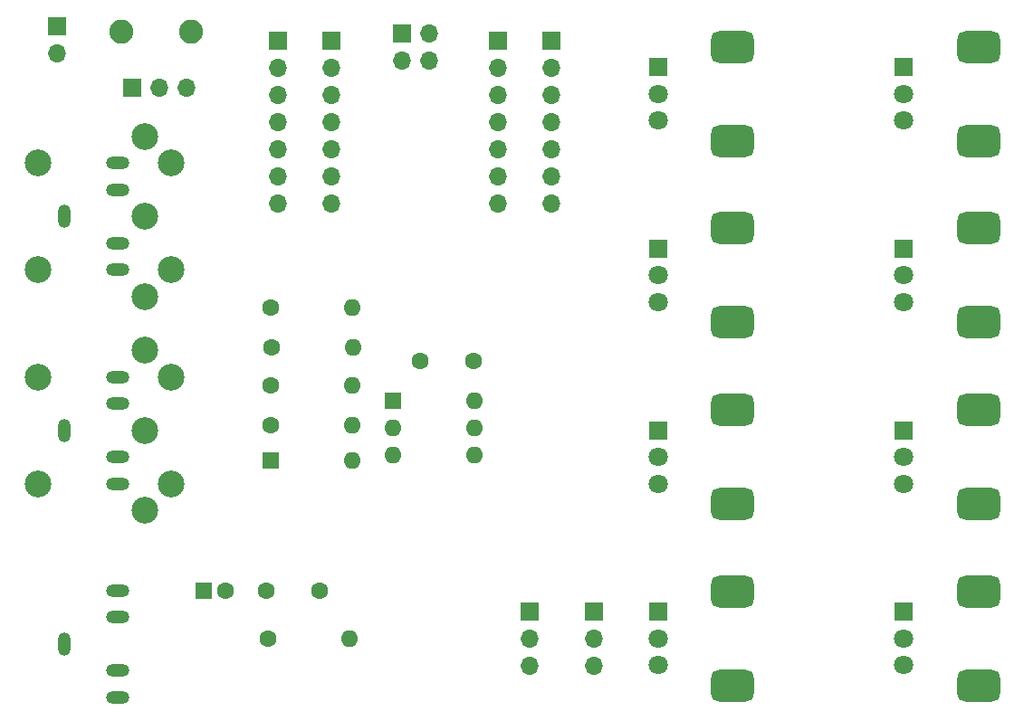
<source format=gbr>
%TF.GenerationSoftware,KiCad,Pcbnew,(6.0.5)*%
%TF.CreationDate,2023-03-15T22:14:50+00:00*%
%TF.ProjectId,XiaoSynthBoard,5869616f-5379-46e7-9468-426f6172642e,rev?*%
%TF.SameCoordinates,Original*%
%TF.FileFunction,Soldermask,Bot*%
%TF.FilePolarity,Negative*%
%FSLAX46Y46*%
G04 Gerber Fmt 4.6, Leading zero omitted, Abs format (unit mm)*
G04 Created by KiCad (PCBNEW (6.0.5)) date 2023-03-15 22:14:50*
%MOMM*%
%LPD*%
G01*
G04 APERTURE LIST*
G04 Aperture macros list*
%AMRoundRect*
0 Rectangle with rounded corners*
0 $1 Rounding radius*
0 $2 $3 $4 $5 $6 $7 $8 $9 X,Y pos of 4 corners*
0 Add a 4 corners polygon primitive as box body*
4,1,4,$2,$3,$4,$5,$6,$7,$8,$9,$2,$3,0*
0 Add four circle primitives for the rounded corners*
1,1,$1+$1,$2,$3*
1,1,$1+$1,$4,$5*
1,1,$1+$1,$6,$7*
1,1,$1+$1,$8,$9*
0 Add four rect primitives between the rounded corners*
20,1,$1+$1,$2,$3,$4,$5,0*
20,1,$1+$1,$4,$5,$6,$7,0*
20,1,$1+$1,$6,$7,$8,$9,0*
20,1,$1+$1,$8,$9,$2,$3,0*%
G04 Aperture macros list end*
%ADD10C,2.499360*%
%ADD11R,1.700000X1.700000*%
%ADD12O,1.700000X1.700000*%
%ADD13O,2.200000X1.200000*%
%ADD14O,1.200000X2.200000*%
%ADD15C,1.600000*%
%ADD16O,1.600000X1.600000*%
%ADD17RoundRect,0.750000X-1.250000X-0.750000X1.250000X-0.750000X1.250000X0.750000X-1.250000X0.750000X0*%
%ADD18C,1.800000*%
%ADD19R,1.800000X1.800000*%
%ADD20R,1.600000X1.600000*%
%ADD21C,2.250000*%
G04 APERTURE END LIST*
D10*
%TO.C,J4*%
X64499100Y-66003820D03*
X64499100Y-75996180D03*
X61997200Y-63501920D03*
X61999740Y-71000000D03*
X61997200Y-78498080D03*
X52002300Y-76001260D03*
X52002300Y-65998740D03*
%TD*%
D11*
%TO.C,J9*%
X60825000Y-58975000D03*
D12*
X63365000Y-58975000D03*
X65905000Y-58975000D03*
%TD*%
%TO.C,J14*%
X98000000Y-113080000D03*
X98000000Y-110540000D03*
D11*
X98000000Y-108000000D03*
%TD*%
%TO.C,J13*%
X104000000Y-108000000D03*
D12*
X104000000Y-110540000D03*
X104000000Y-113080000D03*
%TD*%
D13*
%TO.C,J1*%
X59500000Y-73500000D03*
X59500000Y-76000000D03*
D14*
X54500000Y-71000000D03*
D13*
X59500000Y-68500000D03*
X59500000Y-66000000D03*
%TD*%
D15*
%TO.C,C1*%
X92750000Y-84475000D03*
X87750000Y-84475000D03*
%TD*%
%TO.C,R4*%
X73815000Y-86825000D03*
D16*
X81435000Y-86825000D03*
%TD*%
D13*
%TO.C,J2*%
X59500000Y-93500000D03*
X59500000Y-96000000D03*
D14*
X54500000Y-91000000D03*
D13*
X59500000Y-88500000D03*
X59500000Y-86000000D03*
%TD*%
D11*
%TO.C,J7*%
X79500000Y-54500000D03*
D12*
X79500000Y-57040000D03*
X79500000Y-59580000D03*
X79500000Y-62120000D03*
X79500000Y-64660000D03*
X79500000Y-67200000D03*
X79500000Y-69740000D03*
%TD*%
D17*
%TO.C,RV2*%
X117000000Y-80900000D03*
X117000000Y-72100000D03*
D18*
X110000000Y-79000000D03*
X110000000Y-76500000D03*
D19*
X110000000Y-74000000D03*
%TD*%
D17*
%TO.C,RV4*%
X117000000Y-106100000D03*
X117000000Y-114900000D03*
D18*
X110000000Y-113000000D03*
X110000000Y-110500000D03*
D19*
X110000000Y-108000000D03*
%TD*%
D11*
%TO.C,J8*%
X86050000Y-53820000D03*
D12*
X88590000Y-53820000D03*
X86050000Y-56360000D03*
X88590000Y-56360000D03*
%TD*%
D11*
%TO.C,J5*%
X53825000Y-53150000D03*
D12*
X53825000Y-55690000D03*
%TD*%
D15*
%TO.C,C2*%
X73400000Y-106000000D03*
X78400000Y-106000000D03*
%TD*%
D16*
%TO.C,U1*%
X92795000Y-88275000D03*
X92795000Y-90815000D03*
X92795000Y-93355000D03*
X85175000Y-93355000D03*
X85175000Y-90815000D03*
D20*
X85175000Y-88275000D03*
%TD*%
D15*
%TO.C,R1*%
X73825000Y-90500000D03*
D16*
X81445000Y-90500000D03*
%TD*%
D20*
%TO.C,C3*%
X67544888Y-106000000D03*
D15*
X69544888Y-106000000D03*
%TD*%
D13*
%TO.C,J12*%
X59500000Y-113500000D03*
X59500000Y-116000000D03*
D14*
X54500000Y-111000000D03*
D13*
X59500000Y-108500000D03*
X59500000Y-106000000D03*
%TD*%
D19*
%TO.C,RV7*%
X133000000Y-74000000D03*
D18*
X133000000Y-76500000D03*
X133000000Y-79000000D03*
D17*
X140000000Y-80900000D03*
X140000000Y-72100000D03*
%TD*%
D15*
%TO.C,R3*%
X73765000Y-79475000D03*
D16*
X81385000Y-79475000D03*
%TD*%
D11*
%TO.C,J11*%
X100025000Y-54500000D03*
D12*
X100025000Y-57040000D03*
X100025000Y-59580000D03*
X100025000Y-62120000D03*
X100025000Y-64660000D03*
X100025000Y-67200000D03*
X100025000Y-69740000D03*
%TD*%
D11*
%TO.C,J6*%
X74500000Y-54500000D03*
D12*
X74500000Y-57040000D03*
X74500000Y-59580000D03*
X74500000Y-62120000D03*
X74500000Y-64660000D03*
X74500000Y-67200000D03*
X74500000Y-69740000D03*
%TD*%
D17*
%TO.C,RV3*%
X117000000Y-89100000D03*
X117000000Y-97900000D03*
D18*
X110000000Y-96000000D03*
X110000000Y-93500000D03*
D19*
X110000000Y-91000000D03*
%TD*%
D15*
%TO.C,R2*%
X73840000Y-83275000D03*
D16*
X81460000Y-83275000D03*
%TD*%
D21*
%TO.C,SW1*%
X59850000Y-53700000D03*
X66350000Y-53700000D03*
%TD*%
D15*
%TO.C,R5*%
X73490000Y-110475000D03*
D16*
X81110000Y-110475000D03*
%TD*%
D11*
%TO.C,J10*%
X95025000Y-54500000D03*
D12*
X95025000Y-57040000D03*
X95025000Y-59580000D03*
X95025000Y-62120000D03*
X95025000Y-64660000D03*
X95025000Y-67200000D03*
X95025000Y-69740000D03*
%TD*%
D20*
%TO.C,D1*%
X73815000Y-93800000D03*
D16*
X81435000Y-93800000D03*
%TD*%
D17*
%TO.C,RV8*%
X140000000Y-55100000D03*
X140000000Y-63900000D03*
D18*
X133000000Y-62000000D03*
X133000000Y-59500000D03*
D19*
X133000000Y-57000000D03*
%TD*%
D10*
%TO.C,J3*%
X52002300Y-96001260D03*
X52002300Y-85998740D03*
X61997200Y-98498080D03*
X61999740Y-91000000D03*
X61997200Y-83501920D03*
X64499100Y-95996180D03*
X64499100Y-86003820D03*
%TD*%
D17*
%TO.C,RV5*%
X140000000Y-114900000D03*
X140000000Y-106100000D03*
D18*
X133000000Y-113000000D03*
X133000000Y-110500000D03*
D19*
X133000000Y-108000000D03*
%TD*%
%TO.C,RV6*%
X133000000Y-91000000D03*
D18*
X133000000Y-93500000D03*
X133000000Y-96000000D03*
D17*
X140000000Y-97900000D03*
X140000000Y-89100000D03*
%TD*%
%TO.C,RV1*%
X117000000Y-63900000D03*
X117000000Y-55100000D03*
D18*
X110000000Y-62000000D03*
X110000000Y-59500000D03*
D19*
X110000000Y-57000000D03*
%TD*%
M02*

</source>
